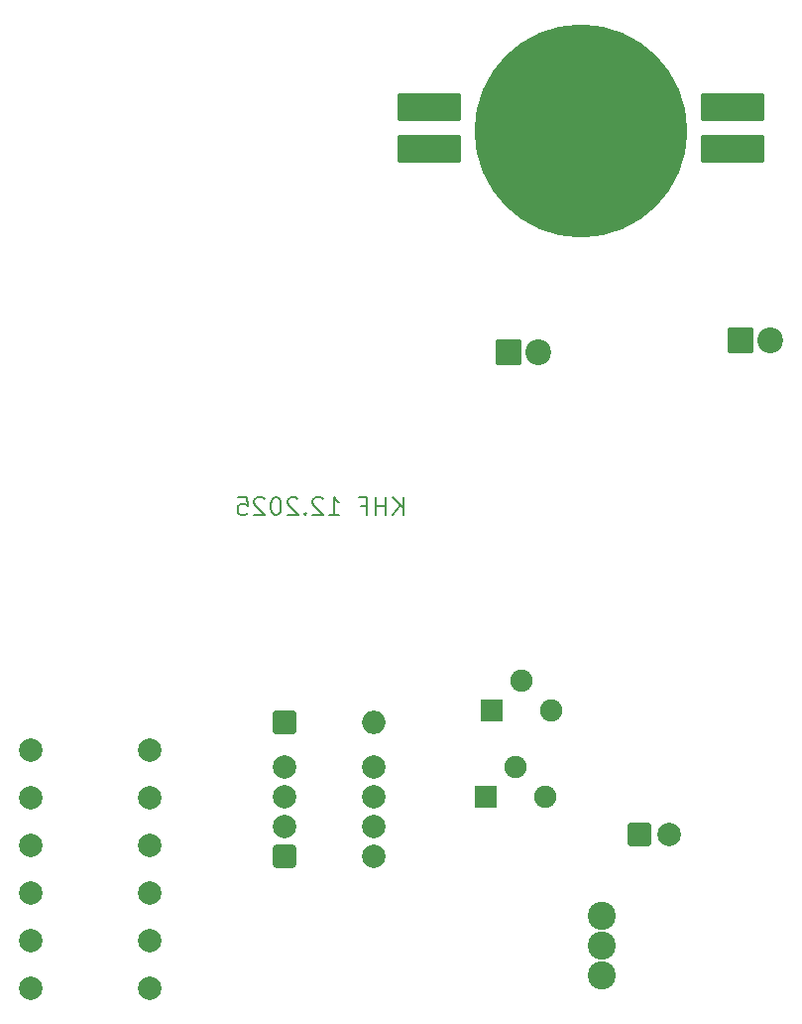
<source format=gbr>
%TF.GenerationSoftware,KiCad,Pcbnew,9.0.6*%
%TF.CreationDate,2025-12-07T11:24:14+01:00*%
%TF.ProjectId,Rocket,526f636b-6574-42e6-9b69-6361645f7063,rev?*%
%TF.SameCoordinates,Original*%
%TF.FileFunction,Soldermask,Bot*%
%TF.FilePolarity,Negative*%
%FSLAX46Y46*%
G04 Gerber Fmt 4.6, Leading zero omitted, Abs format (unit mm)*
G04 Created by KiCad (PCBNEW 9.0.6) date 2025-12-07 11:24:14*
%MOMM*%
%LPD*%
G01*
G04 APERTURE LIST*
G04 Aperture macros list*
%AMRoundRect*
0 Rectangle with rounded corners*
0 $1 Rounding radius*
0 $2 $3 $4 $5 $6 $7 $8 $9 X,Y pos of 4 corners*
0 Add a 4 corners polygon primitive as box body*
4,1,4,$2,$3,$4,$5,$6,$7,$8,$9,$2,$3,0*
0 Add four circle primitives for the rounded corners*
1,1,$1+$1,$2,$3*
1,1,$1+$1,$4,$5*
1,1,$1+$1,$6,$7*
1,1,$1+$1,$8,$9*
0 Add four rect primitives between the rounded corners*
20,1,$1+$1,$2,$3,$4,$5,0*
20,1,$1+$1,$4,$5,$6,$7,0*
20,1,$1+$1,$6,$7,$8,$9,0*
20,1,$1+$1,$8,$9,$2,$3,0*%
G04 Aperture macros list end*
%ADD10C,0.200000*%
%ADD11RoundRect,0.200000X-0.900000X-0.900000X0.900000X-0.900000X0.900000X0.900000X-0.900000X0.900000X0*%
%ADD12C,2.200000*%
%ADD13RoundRect,0.200000X-0.750000X-0.750000X0.750000X-0.750000X0.750000X0.750000X-0.750000X0.750000X0*%
%ADD14C,1.900000*%
%ADD15RoundRect,0.200000X-0.800000X-0.800000X0.800000X-0.800000X0.800000X0.800000X-0.800000X0.800000X0*%
%ADD16O,2.000000X2.000000*%
%ADD17C,2.000000*%
%ADD18RoundRect,0.200000X-2.500000X-1.000000X2.500000X-1.000000X2.500000X1.000000X-2.500000X1.000000X0*%
%ADD19C,18.180000*%
%ADD20C,2.400000*%
%ADD21RoundRect,0.312500X-0.687500X-0.687500X0.687500X-0.687500X0.687500X0.687500X-0.687500X0.687500X0*%
G04 APERTURE END LIST*
D10*
X158511279Y-92306028D02*
X158511279Y-90806028D01*
X157654136Y-92306028D02*
X158296993Y-91448885D01*
X157654136Y-90806028D02*
X158511279Y-91663171D01*
X157011279Y-92306028D02*
X157011279Y-90806028D01*
X157011279Y-91520314D02*
X156154136Y-91520314D01*
X156154136Y-92306028D02*
X156154136Y-90806028D01*
X154939850Y-91520314D02*
X155439850Y-91520314D01*
X155439850Y-92306028D02*
X155439850Y-90806028D01*
X155439850Y-90806028D02*
X154725564Y-90806028D01*
X152225564Y-92306028D02*
X153082707Y-92306028D01*
X152654136Y-92306028D02*
X152654136Y-90806028D01*
X152654136Y-90806028D02*
X152796993Y-91020314D01*
X152796993Y-91020314D02*
X152939850Y-91163171D01*
X152939850Y-91163171D02*
X153082707Y-91234600D01*
X151654136Y-90948885D02*
X151582708Y-90877457D01*
X151582708Y-90877457D02*
X151439851Y-90806028D01*
X151439851Y-90806028D02*
X151082708Y-90806028D01*
X151082708Y-90806028D02*
X150939851Y-90877457D01*
X150939851Y-90877457D02*
X150868422Y-90948885D01*
X150868422Y-90948885D02*
X150796993Y-91091742D01*
X150796993Y-91091742D02*
X150796993Y-91234600D01*
X150796993Y-91234600D02*
X150868422Y-91448885D01*
X150868422Y-91448885D02*
X151725565Y-92306028D01*
X151725565Y-92306028D02*
X150796993Y-92306028D01*
X150154137Y-92163171D02*
X150082708Y-92234600D01*
X150082708Y-92234600D02*
X150154137Y-92306028D01*
X150154137Y-92306028D02*
X150225565Y-92234600D01*
X150225565Y-92234600D02*
X150154137Y-92163171D01*
X150154137Y-92163171D02*
X150154137Y-92306028D01*
X149511279Y-90948885D02*
X149439851Y-90877457D01*
X149439851Y-90877457D02*
X149296994Y-90806028D01*
X149296994Y-90806028D02*
X148939851Y-90806028D01*
X148939851Y-90806028D02*
X148796994Y-90877457D01*
X148796994Y-90877457D02*
X148725565Y-90948885D01*
X148725565Y-90948885D02*
X148654136Y-91091742D01*
X148654136Y-91091742D02*
X148654136Y-91234600D01*
X148654136Y-91234600D02*
X148725565Y-91448885D01*
X148725565Y-91448885D02*
X149582708Y-92306028D01*
X149582708Y-92306028D02*
X148654136Y-92306028D01*
X147725565Y-90806028D02*
X147582708Y-90806028D01*
X147582708Y-90806028D02*
X147439851Y-90877457D01*
X147439851Y-90877457D02*
X147368423Y-90948885D01*
X147368423Y-90948885D02*
X147296994Y-91091742D01*
X147296994Y-91091742D02*
X147225565Y-91377457D01*
X147225565Y-91377457D02*
X147225565Y-91734600D01*
X147225565Y-91734600D02*
X147296994Y-92020314D01*
X147296994Y-92020314D02*
X147368423Y-92163171D01*
X147368423Y-92163171D02*
X147439851Y-92234600D01*
X147439851Y-92234600D02*
X147582708Y-92306028D01*
X147582708Y-92306028D02*
X147725565Y-92306028D01*
X147725565Y-92306028D02*
X147868423Y-92234600D01*
X147868423Y-92234600D02*
X147939851Y-92163171D01*
X147939851Y-92163171D02*
X148011280Y-92020314D01*
X148011280Y-92020314D02*
X148082708Y-91734600D01*
X148082708Y-91734600D02*
X148082708Y-91377457D01*
X148082708Y-91377457D02*
X148011280Y-91091742D01*
X148011280Y-91091742D02*
X147939851Y-90948885D01*
X147939851Y-90948885D02*
X147868423Y-90877457D01*
X147868423Y-90877457D02*
X147725565Y-90806028D01*
X146654137Y-90948885D02*
X146582709Y-90877457D01*
X146582709Y-90877457D02*
X146439852Y-90806028D01*
X146439852Y-90806028D02*
X146082709Y-90806028D01*
X146082709Y-90806028D02*
X145939852Y-90877457D01*
X145939852Y-90877457D02*
X145868423Y-90948885D01*
X145868423Y-90948885D02*
X145796994Y-91091742D01*
X145796994Y-91091742D02*
X145796994Y-91234600D01*
X145796994Y-91234600D02*
X145868423Y-91448885D01*
X145868423Y-91448885D02*
X146725566Y-92306028D01*
X146725566Y-92306028D02*
X145796994Y-92306028D01*
X144439852Y-90806028D02*
X145154138Y-90806028D01*
X145154138Y-90806028D02*
X145225566Y-91520314D01*
X145225566Y-91520314D02*
X145154138Y-91448885D01*
X145154138Y-91448885D02*
X145011281Y-91377457D01*
X145011281Y-91377457D02*
X144654138Y-91377457D01*
X144654138Y-91377457D02*
X144511281Y-91448885D01*
X144511281Y-91448885D02*
X144439852Y-91520314D01*
X144439852Y-91520314D02*
X144368423Y-91663171D01*
X144368423Y-91663171D02*
X144368423Y-92020314D01*
X144368423Y-92020314D02*
X144439852Y-92163171D01*
X144439852Y-92163171D02*
X144511281Y-92234600D01*
X144511281Y-92234600D02*
X144654138Y-92306028D01*
X144654138Y-92306028D02*
X145011281Y-92306028D01*
X145011281Y-92306028D02*
X145154138Y-92234600D01*
X145154138Y-92234600D02*
X145225566Y-92163171D01*
D11*
%TO.C,D1*%
X167500000Y-78400000D03*
D12*
X170040000Y-78400000D03*
%TD*%
D13*
%TO.C,T2*%
X165560000Y-116340000D03*
D14*
X168100000Y-113800000D03*
X170640000Y-116340000D03*
%TD*%
D15*
%TO.C,D3*%
X148390000Y-110000000D03*
D16*
X156010000Y-110000000D03*
%TD*%
D17*
%TO.C,R3*%
X126720000Y-132650000D03*
X136880000Y-132650000D03*
%TD*%
D15*
%TO.C,47uF*%
X178700000Y-119600000D03*
D17*
X181200000Y-119600000D03*
%TD*%
%TO.C,R5*%
X126720000Y-124550000D03*
X136880000Y-124550000D03*
%TD*%
%TO.C,R7*%
X126720000Y-116450000D03*
X136880000Y-116450000D03*
%TD*%
D18*
%TO.C,U2*%
X160746000Y-57468000D03*
X160746000Y-61024000D03*
X186640000Y-57468000D03*
X186640000Y-61024000D03*
D19*
X173700000Y-59500000D03*
%TD*%
D17*
%TO.C,R6*%
X126720000Y-120500000D03*
X136880000Y-120500000D03*
%TD*%
D13*
%TO.C,T1*%
X166100000Y-109000000D03*
D14*
X168640000Y-106460000D03*
X171180000Y-109000000D03*
%TD*%
D17*
%TO.C,R1off1*%
X126720000Y-112400000D03*
X136880000Y-112400000D03*
%TD*%
%TO.C,R4*%
X126720000Y-128600000D03*
X136880000Y-128600000D03*
%TD*%
D11*
%TO.C,D2*%
X187300000Y-77400000D03*
D12*
X189840000Y-77400000D03*
%TD*%
D20*
%TO.C,S1*%
X175500000Y-131580000D03*
X175500000Y-129040000D03*
X175500000Y-126500000D03*
%TD*%
D21*
%TO.C,U1*%
X148400000Y-121440000D03*
D17*
X148400000Y-118900000D03*
X148400000Y-116360000D03*
X148400000Y-113820000D03*
X156020000Y-113820000D03*
X156020000Y-116360000D03*
X156020000Y-118900000D03*
X156020000Y-121440000D03*
%TD*%
M02*

</source>
